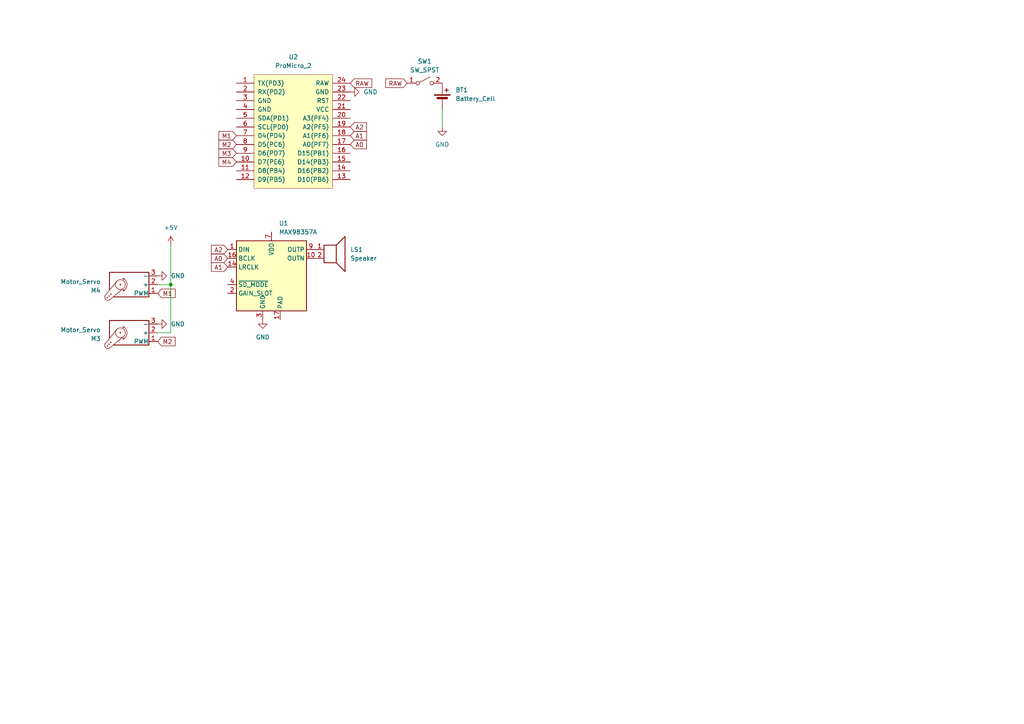
<source format=kicad_sch>
(kicad_sch (version 20250114) (generator "eeschema") (generator_version "9.0")
  (paper "A4")
  (lib_symbols
    (symbol "Audio:MAX98357A"
      (property "Reference" "U" (at -8.89 11.43 0))
      (property "Value" "MAX98357A" (at 10.16 11.43 0))
      (symbol "MAX98357A_1_1"
        (rectangle (start -10.16 10.16) (end 10.16 -10.16) (stroke (width 0.254)) (fill (type background)))
        (pin input line (at -12.7 7.62 0) (length 2.54) (name "DIN") (number "1"))
        (pin input line (at -12.7 5.08 0) (length 2.54) (name "BCLK") (number "16"))
        (pin input line (at -12.7 2.54 0) (length 2.54) (name "LRCLK") (number "14"))
        (pin input line (at -12.7 -2.54 0) (length 2.54) (name "~{SD_MODE}") (number "4"))
        (pin passive line (at -12.7 -5.08 0) (length 2.54) (name "GAIN_SLOT") (number "2"))
        (pin passive line (at -2.54 -12.7 90) (length 2.54) (hide yes) (name "GND") (number "11"))
        (pin passive line (at -2.54 -12.7 90) (length 2.54) (hide yes) (name "GND") (number "15"))
        (pin power_in line (at -2.54 -12.7 90) (length 2.54) (name "GND") (number "3"))
        (pin power_in line (at 0 12.7 270) (length 2.54) (name "VDD") (number "7"))
        (pin passive line (at 0 12.7 270) (length 2.54) (hide yes) (name "VDD") (number "8"))
        (pin unspecified line (at 2.54 -12.7 90) (length 2.54) (name "PAD") (number "17"))
        (pin no_connect line (at 10.16 2.54 180) (length 2.54) (hide yes) (name "NC") (number "5"))
        (pin no_connect line (at 10.16 0 180) (length 2.54) (hide yes) (name "NC") (number "6"))
        (pin no_connect line (at 10.16 -5.08 180) (length 2.54) (hide yes) (name "NC") (number "12"))
        (pin no_connect line (at 10.16 -7.62 180) (length 2.54) (hide yes) (name "NC") (number "13"))
        (pin output line (at 12.7 7.62 180) (length 2.54) (name "OUTP") (number "9"))
        (pin output line (at 12.7 5.08 180) (length 2.54) (name "OUTN") (number "10"))
      )
    )
    (symbol "Device:Battery_Cell" (pin_numbers (hide yes)) (pin_names (offset 0) (hide yes))
      (property "Reference" "BT" (at 2.54 2.54 0))
      (property "Value" "Battery_Cell" (at 2.54 0 0))
      (symbol "Battery_Cell_0_1"
        (rectangle (start -2.286 1.778) (end 2.286 1.524) (fill (type outline)))
        (rectangle (start -1.524 1.016) (end 1.524 0.508) (fill (type outline)))
        (polyline (pts (xy 0 1.778) (xy 0 2.54)))
        (polyline (pts (xy 0 0.762) (xy 0 0)))
        (polyline (pts (xy 0.762 3.048) (xy 1.778 3.048)) (stroke (width 0.254)))
        (polyline (pts (xy 1.27 3.556) (xy 1.27 2.54)) (stroke (width 0.254)))
      )
      (symbol "Battery_Cell_1_1"
        (pin passive line (at 0 5.08 270) (length 2.54) (name "+") (number "1"))
        (pin passive line (at 0 -2.54 90) (length 2.54) (name "-") (number "2"))
      )
    )
    (symbol "Device:Speaker" (pin_names (offset 0) (hide yes))
      (property "Reference" "LS" (at 1.27 5.715 0))
      (property "Value" "Speaker" (at 1.27 3.81 0))
      (symbol "Speaker_0_0"
        (rectangle (start -2.54 1.27) (end 1.016 -3.81) (stroke (width 0.254)))
        (polyline (pts (xy 1.016 1.27) (xy 3.556 3.81) (xy 3.556 -6.35) (xy 1.016 -3.81)) (stroke (width 0.254)))
      )
      (symbol "Speaker_1_1"
        (pin input line (at -5.08 0 0) (length 2.54) (name "1") (number "1"))
        (pin input line (at -5.08 -2.54 0) (length 2.54) (name "2") (number "2"))
      )
    )
    (symbol "Motor:Motor_Servo" (pin_names (offset 0.0254))
      (property "Reference" "M" (at -5.08 4.445 0))
      (property "Value" "Motor_Servo" (at -5.08 -4.064 0))
      (symbol "Motor_Servo_0_1"
        (polyline (pts (xy 2.413 1.778) (xy 1.905 1.778)))
        (polyline (pts (xy 2.413 1.778) (xy 2.286 1.397)))
        (polyline (pts (xy 2.413 -1.778) (xy 2.032 -1.778)))
        (polyline (pts (xy 2.413 -1.778) (xy 2.286 -1.397)))
        (arc (start 2.413 -1.778) (mid 1.2406 0) (end 2.413 1.778))
        (circle (center 3.175 0) (radius 0.1778))
        (circle (center 3.175 0) (radius 1.4224))
        (polyline (pts (xy 5.08 3.556) (xy -5.08 3.556) (xy -5.08 -3.556) (xy 6.35 -3.556) (xy 6.35 1.524)) (stroke (width 0.254)))
        (circle (center 5.969 2.794) (radius 0.127))
        (polyline (pts (xy 6.35 4.445) (xy 2.54 1.27)))
        (circle (center 6.477 3.302) (radius 0.127))
        (arc (start 6.35 4.445) (mid 7.4487 4.2737) (end 7.62 3.175))
        (circle (center 6.985 3.81) (radius 0.127))
        (polyline (pts (xy 7.62 3.175) (xy 4.191 -1.016)))
      )
      (symbol "Motor_Servo_1_1"
        (pin passive line (at -7.62 2.54 0) (length 2.54) (name "PWM") (number "1"))
        (pin passive line (at -7.62 0 0) (length 2.54) (name "+") (number "2"))
        (pin passive line (at -7.62 -2.54 0) (length 2.54) (name "-") (number "3"))
      )
    )
    (symbol "Switch:SW_SPST" (pin_names (offset 0) (hide yes))
      (property "Reference" "SW" (at 0 3.175 0))
      (property "Value" "SW_SPST" (at 0 -2.54 0))
      (symbol "SW_SPST_0_0"
        (circle (center -2.032 0) (radius 0.508))
        (polyline (pts (xy -1.524 0.254) (xy 1.524 1.778)))
        (circle (center 2.032 0) (radius 0.508))
      )
      (symbol "SW_SPST_1_1"
        (pin passive line (at -5.08 0 0) (length 2.54) (name "A") (number "1"))
        (pin passive line (at 5.08 0 180) (length 2.54) (name "B") (number "2"))
      )
    )
    (symbol "nRF52840:ProMicro_2" (pin_names (offset 1.016))
      (property "Reference" "U" (at 0 17.78 0))
      (property "Value" "ProMicro_2" (at 0 -17.78 0))
      (symbol "ProMicro_2_0_1"
        (rectangle (start -11.43 16.51) (end 11.43 -16.51) (stroke (width 0.1)) (fill (type background)))
      )
      (symbol "ProMicro_2_1_1"
        (pin input line (at -16.51 13.97 0) (length 5.08) (name "TX(PD3)") (number "1"))
        (pin input line (at -16.51 11.43 0) (length 5.08) (name "RX(PD2)") (number "2"))
        (pin input line (at -16.51 8.89 0) (length 5.08) (name "GND") (number "3"))
        (pin input line (at -16.51 6.35 0) (length 5.08) (name "GND") (number "4"))
        (pin input line (at -16.51 3.81 0) (length 5.08) (name "SDA(PD1)") (number "5"))
        (pin input line (at -16.51 1.27 0) (length 5.08) (name "SCL(PD0)") (number "6"))
        (pin input line (at -16.51 -1.27 0) (length 5.08) (name "D4(PD4)") (number "7"))
        (pin input line (at -16.51 -3.81 0) (length 5.08) (name "D5(PC6)") (number "8"))
        (pin input line (at -16.51 -6.35 0) (length 5.08) (name "D6(PD7)") (number "9"))
        (pin input line (at -16.51 -8.89 0) (length 5.08) (name "D7(PE6)") (number "10"))
        (pin input line (at -16.51 -11.43 0) (length 5.08) (name "D8(PB4)") (number "11"))
        (pin input line (at -16.51 -13.97 0) (length 5.08) (name "D9(PB5)") (number "12"))
        (pin input line (at 16.51 13.97 180) (length 5.08) (name "RAW") (number "24"))
        (pin input line (at 16.51 11.43 180) (length 5.08) (name "GND") (number "23"))
        (pin input line (at 16.51 8.89 180) (length 5.08) (name "RST") (number "22"))
        (pin input line (at 16.51 6.35 180) (length 5.08) (name "VCC") (number "21"))
        (pin input line (at 16.51 3.81 180) (length 5.08) (name "A3(PF4)") (number "20"))
        (pin input line (at 16.51 1.27 180) (length 5.08) (name "A2(PF5)") (number "19"))
        (pin input line (at 16.51 -1.27 180) (length 5.08) (name "A1(PF6)") (number "18"))
        (pin input line (at 16.51 -3.81 180) (length 5.08) (name "A0(PF7)") (number "17"))
        (pin input line (at 16.51 -6.35 180) (length 5.08) (name "D15(PB1)") (number "16"))
        (pin input line (at 16.51 -8.89 180) (length 5.08) (name "D14(PB3)") (number "15"))
        (pin input line (at 16.51 -11.43 180) (length 5.08) (name "D16(PB2)") (number "14"))
        (pin input line (at 16.51 -13.97 180) (length 5.08) (name "D10(PB6)") (number "13"))
      )
    )
    (symbol "power:+5V" (power) (pin_numbers (hide yes)) (pin_names (offset 0) (hide yes))
      (property "Value" "+5V" (at 0 3.556 0))
      (symbol "+5V_0_1"
        (polyline (pts (xy -0.762 1.27) (xy 0 2.54)))
        (polyline (pts (xy 0 2.54) (xy 0.762 1.27)))
        (polyline (pts (xy 0 0) (xy 0 2.54)))
      )
      (symbol "+5V_1_1"
        (pin power_in line (at 0 0 90) (length 0) (name "~") (number "1"))
      )
    )
    (symbol "power:GND" (power) (pin_numbers (hide yes)) (pin_names (offset 0) (hide yes))
      (property "Value" "GND" (at 0 -3.81 0))
      (symbol "GND_0_1"
        (polyline (pts (xy 0 0) (xy 0 -1.27) (xy 1.27 -1.27) (xy 0 -2.54) (xy -1.27 -1.27) (xy 0 -1.27)))
      )
      (symbol "GND_1_1"
        (pin power_in line (at 0 0 270) (length 0) (name "~") (number "1"))
      )
    )
  )
  (junction (at 49.53 82.55))
  (wire (pts (xy 45.72 82.55) (xy 49.53 82.55)))
  (wire (pts (xy 128.27 36.83) (xy 128.27 31.75)))
  (wire (pts (xy 45.72 96.52) (xy 49.53 96.52)))
  (wire (pts (xy 49.53 82.55) (xy 49.53 96.52)))
  (wire (pts (xy 49.53 71.12) (xy 49.53 82.55)))
  (global_label "M1" (shape input) (at 68.58 39.37 180) (property "Intersheetrefs" "${INTERSHEET_REFS}" (effects (hide yes))))
  (global_label "A0" (shape input) (at 101.6 41.91 0) (property "Intersheetrefs" "${INTERSHEET_REFS}" (effects (hide yes))))
  (global_label "A2" (shape input) (at 101.6 36.83 0) (property "Intersheetrefs" "${INTERSHEET_REFS}" (effects (hide yes))))
  (global_label "RAW" (shape input) (at 101.6 24.13 0) (property "Intersheetrefs" "${INTERSHEET_REFS}" (effects (hide yes))))
  (global_label "A2" (shape input) (at 66.04 72.39 180) (property "Intersheetrefs" "${INTERSHEET_REFS}" (effects (hide yes))))
  (global_label "A1" (shape input) (at 101.6 39.37 0) (property "Intersheetrefs" "${INTERSHEET_REFS}" (effects (hide yes))))
  (global_label "M3" (shape input) (at 68.58 44.45 180) (property "Intersheetrefs" "${INTERSHEET_REFS}" (effects (hide yes))))
  (global_label "A1" (shape input) (at 66.04 77.47 180) (property "Intersheetrefs" "${INTERSHEET_REFS}" (effects (hide yes))))
  (global_label "A0" (shape input) (at 66.04 74.93 180) (property "Intersheetrefs" "${INTERSHEET_REFS}" (effects (hide yes))))
  (global_label "M4" (shape input) (at 68.58 46.99 180) (property "Intersheetrefs" "${INTERSHEET_REFS}" (effects (hide yes))))
  (global_label "M1" (shape input) (at 45.72 85.09 0) (property "Intersheetrefs" "${INTERSHEET_REFS}" (effects (hide yes))))
  (global_label "M2" (shape input) (at 45.72 99.06 0) (property "Intersheetrefs" "${INTERSHEET_REFS}" (effects (hide yes))))
  (global_label "M2" (shape input) (at 68.58 41.91 180) (property "Intersheetrefs" "${INTERSHEET_REFS}" (effects (hide yes))))
  (global_label "RAW" (shape input) (at 118.11 24.13 180) (property "Intersheetrefs" "${INTERSHEET_REFS}" (effects (hide yes))))
  (symbol (lib_id "Switch:SW_SPST") (at 123.19 24.13 0) (unit 1)
    (property "Reference" "SW1" (at 123.19 17.78 0))
    (property "Value" "SW_SPST" (at 123.19 20.32 0))
    (property "Footprint" "Button_Switch_THT:SW_SPST_Omron_B3F-40xx" (effects (hide yes)))
    (property "Description" "Single Pole Single Throw (SPST) switch" (effects (hide yes)))
  )
  (symbol (lib_id "power:GND") (at 45.72 80.01 90) (unit 1)
    (property "Reference" "#PWR06" (effects (hide yes)))
    (property "Value" "GND" (at 49.53 80.0099 90) (effects (justify right)))
    (property "Description" "Power symbol creates a global label with name \"GND\" , ground" (effects (hide yes)))
  )
  (symbol (lib_id "Motor:Motor_Servo") (at 38.1 96.52 180) (unit 1)
    (property "Reference" "M3" (at 29.21 98.2232 0) (effects (justify left)))
    (property "Value" "Motor_Servo" (at 29.21 95.6832 0) (effects (justify left)))
    (property "Datasheet" "http://forums.parallax.com/uploads/attachments/46831/74481.png" (effects (hide yes)))
    (property "Description" "Servo Motor (Futaba, HiTec, JR connector)" (effects (hide yes)))
  )
  (symbol (lib_id "power:GND") (at 45.72 93.98 90) (unit 1)
    (property "Reference" "#PWR05" (effects (hide yes)))
    (property "Value" "GND" (at 49.53 93.9799 90) (effects (justify right)))
    (property "Description" "Power symbol creates a global label with name \"GND\" , ground" (effects (hide yes)))
  )
  (symbol (lib_id "Device:Speaker") (at 96.52 72.39 0) (unit 1)
    (property "Reference" "LS1" (at 101.6 72.3899 0) (effects (justify left)))
    (property "Value" "Speaker" (at 101.6 74.9299 0) (effects (justify left)))
    (property "Description" "Speaker" (effects (hide yes)))
  )
  (symbol (lib_id "Motor:Motor_Servo") (at 38.1 82.55 180) (unit 1)
    (property "Reference" "M4" (at 29.21 84.2532 0) (effects (justify left)))
    (property "Value" "Motor_Servo" (at 29.21 81.7132 0) (effects (justify left)))
    (property "Datasheet" "http://forums.parallax.com/uploads/attachments/46831/74481.png" (effects (hide yes)))
    (property "Description" "Servo Motor (Futaba, HiTec, JR connector)" (effects (hide yes)))
  )
  (symbol (lib_id "Audio:MAX98357A") (at 78.74 80.01 0) (unit 1)
    (property "Reference" "U1" (at 80.8833 64.77 0) (effects (justify left)))
    (property "Value" "MAX98357A" (at 80.8833 67.31 0) (effects (justify left)))
    (property "Footprint" "Package_DFN_QFN:TQFN-16-1EP_3x3mm_P0.5mm_EP1.23x1.23mm" (effects (hide yes)))
    (property "Datasheet" "https://www.analog.com/media/en/technical-documentation/data-sheets/MAX98357A-MAX98357B.pdf" (effects (hide yes)))
    (property "Description" "Mono DAC with amplifier, I2S, PCM, TDM, 32-bit, 96khz, 3.2W, TQFP-16" (effects (hide yes)))
  )
  (symbol (lib_id "nRF52840:ProMicro_2") (at 85.09 38.1 0) (unit 1)
    (property "Reference" "U2" (at 85.09 16.51 0))
    (property "Value" "ProMicro_2" (at 85.09 19.05 0))
  )
  (symbol (lib_id "power:GND") (at 101.6 26.67 90) (unit 1)
    (property "Reference" "#PWR09" (effects (hide yes)))
    (property "Value" "GND" (at 105.41 26.6699 90) (effects (justify right)))
    (property "Description" "Power symbol creates a global label with name \"GND\" , ground" (effects (hide yes)))
  )
  (symbol (lib_id "Device:Battery_Cell") (at 128.27 29.21 0) (unit 1)
    (property "Reference" "BT1" (at 132.08 26.0984 0) (effects (justify left)))
    (property "Value" "Battery_Cell" (at 132.08 28.6384 0) (effects (justify left)))
    (property "Footprint" "Connector_JST:JST_PH_S2B-PH-K_1x02_P2.00mm_Horizontal" (effects (hide yes)))
    (property "Description" "Single-cell battery" (effects (hide yes)))
  )
  (symbol (lib_id "power:GND") (at 76.2 92.71 0) (unit 1)
    (property "Reference" "#PWR01" (effects (hide yes)))
    (property "Value" "GND" (at 76.2 97.79 0))
    (property "Description" "Power symbol creates a global label with name \"GND\" , ground" (effects (hide yes)))
  )
  (symbol (lib_id "power:GND") (at 128.27 36.83 0) (unit 1)
    (property "Reference" "#PWR07" (effects (hide yes)))
    (property "Value" "GND" (at 128.27 41.91 0))
    (property "Description" "Power symbol creates a global label with name \"GND\" , ground" (effects (hide yes)))
  )
  (symbol (lib_id "power:+5V") (at 49.53 71.12 0) (unit 1)
    (property "Reference" "#PWR02" (effects (hide yes)))
    (property "Value" "+5V" (at 49.53 66.04 0))
    (property "Description" "Power symbol creates a global label with name \"+5V\"" (effects (hide yes)))
  )
)
</source>
